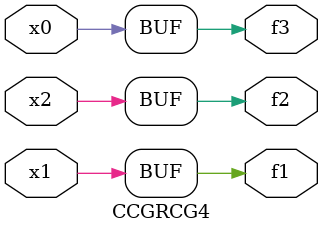
<source format=v>
module CCGRCG4(
	input x0, x1, x2,
	output f1, f2, f3
);
	assign f1 = x1;
	assign f2 = x2;
	assign f3 = x0;
endmodule

</source>
